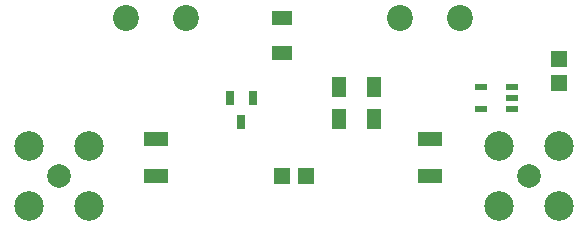
<source format=gts>
G04 #@! TF.GenerationSoftware,KiCad,Pcbnew,(6.0.7)*
G04 #@! TF.CreationDate,2022-10-20T22:45:04-03:00*
G04 #@! TF.ProjectId,BIAS-T,42494153-2d54-42e6-9b69-6361645f7063,rev?*
G04 #@! TF.SameCoordinates,Original*
G04 #@! TF.FileFunction,Soldermask,Top*
G04 #@! TF.FilePolarity,Negative*
%FSLAX46Y46*%
G04 Gerber Fmt 4.6, Leading zero omitted, Abs format (unit mm)*
G04 Created by KiCad (PCBNEW (6.0.7)) date 2022-10-20 22:45:04*
%MOMM*%
%LPD*%
G01*
G04 APERTURE LIST*
%ADD10R,0.700000X1.250000*%
%ADD11R,1.701000X1.208000*%
%ADD12R,1.410000X1.350000*%
%ADD13C,2.000000*%
%ADD14C,2.500000*%
%ADD15R,1.000000X0.600000*%
%ADD16R,1.350000X1.410000*%
%ADD17R,1.208000X1.701000*%
%ADD18C,2.200000*%
%ADD19R,2.000000X1.200000*%
G04 APERTURE END LIST*
D10*
X146619000Y-97933000D03*
X144719000Y-97933000D03*
X145669000Y-99933000D03*
D11*
X149098000Y-91205000D03*
X149098000Y-94163000D03*
D12*
X149065000Y-104521000D03*
X151125000Y-104521000D03*
D13*
X130216500Y-104521000D03*
D14*
X127666500Y-101971000D03*
X127666500Y-107071000D03*
X132766500Y-107071000D03*
X132766500Y-101971000D03*
D15*
X168559000Y-98867000D03*
X168559000Y-97917000D03*
X168559000Y-96967000D03*
X165959000Y-96967000D03*
X165959000Y-98867000D03*
D16*
X172593000Y-96661000D03*
X172593000Y-94601000D03*
D17*
X156882000Y-97028000D03*
X153924000Y-97028000D03*
D18*
X140970000Y-91205000D03*
X135890000Y-91205000D03*
D17*
X153924000Y-99695000D03*
X156882000Y-99695000D03*
D13*
X170011500Y-104521000D03*
D14*
X172561500Y-107071000D03*
X172561500Y-101971000D03*
X167461500Y-101971000D03*
X167461500Y-107071000D03*
D19*
X138430000Y-101397000D03*
X138430000Y-104521000D03*
X161671000Y-101397000D03*
X161671000Y-104521000D03*
D18*
X164211000Y-91205000D03*
X159131000Y-91205000D03*
M02*

</source>
